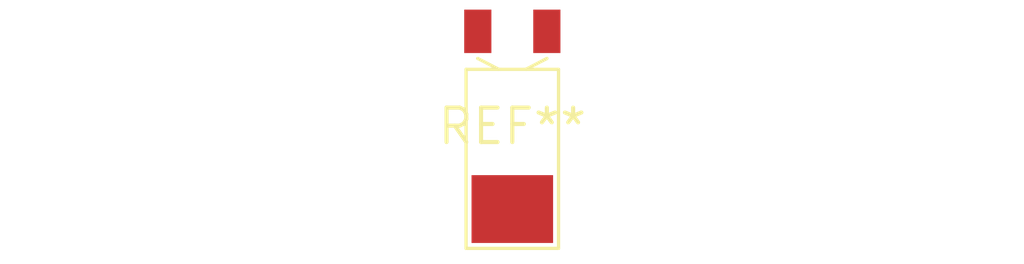
<source format=kicad_pcb>
(kicad_pcb (version 20240108) (generator pcbnew)
  (layers (0 "F.Cu" signal) (31 "B.Cu" signal) (34 "B.Paste" user) (35 "F.Paste" user) (36 "B.SilkS" user "B.Silkscreen") (37 "F.SilkS" user "F.Silkscreen") (38 "B.Mask" user) (39 "F.Mask" user) (44 "Edge.Cuts" user))
  (net 0 "")
  (footprint "Crystal_SMD_FrontierElectronics_FM206" (layer "F.Cu") (at 0 0)
    (property "Reference" "REF**")
    (property "Value" "Crystal_SMD_FrontierElectronics_FM206")
    (fp_line (start -1.7 -2.1) (end -1.7 4.5) (layer "F.SilkS") (stroke (width 0.12)))
    (fp_line (start -1.7 4.5) (end 1.7 4.5) (layer "F.SilkS") (stroke (width 0.12)))
    (fp_line (start -1.27 -2.5) (end -1.27 -2.5) (layer "F.SilkS") (stroke (width 0.12)))
    (fp_line (start -0.5 -2.1) (end -1.27 -2.5) (layer "F.SilkS") (stroke (width 0.12)))
    (fp_line (start 0.5 -2.1) (end 1.27 -2.5) (layer "F.SilkS") (stroke (width 0.12)))
    (fp_line (start 1.27 -2.5) (end 1.27 -2.5) (layer "F.SilkS") (stroke (width 0.12)))
    (fp_line (start 1.7 -2.1) (end -1.7 -2.1) (layer "F.SilkS") (stroke (width 0.12)))
    (fp_line (start 1.7 4.5) (end 1.7 -2.1) (layer "F.SilkS") (stroke (width 0.12)))
    (pad "1" smd rect (at -1.27 -3.5) (size 1 1.6) (layers "F.Cu" "F.Paste" "F.Mask"))
    (pad "2" smd rect (at 1.27 -3.5) (size 1 1.6) (layers "F.Cu" "F.Paste" "F.Mask"))
    (pad "3" smd rect (at 0 3.05) (size 3 2.5) (layers "F.Cu" "F.Paste" "F.Mask"))
  )
)
</source>
